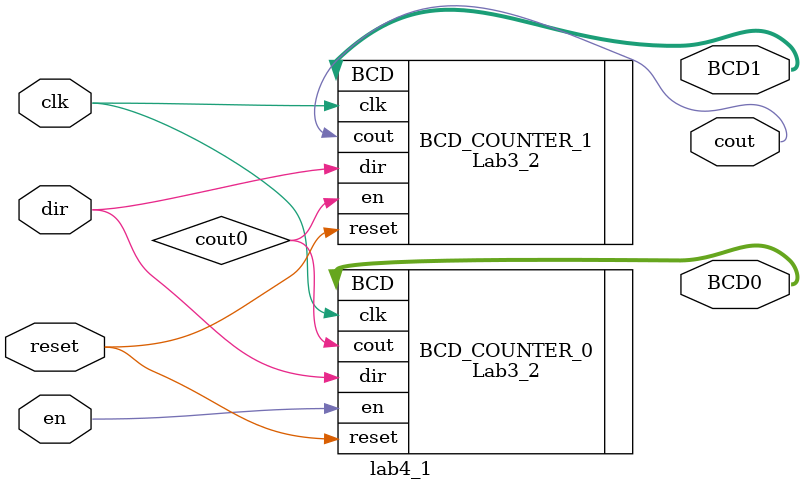
<source format=v>
module lab4_1(cout, dir, en, reset, clk, BCD0, BCD1);
	input clk;
	input reset;
	input en;
	input dir;
	output cout;
	output	[3:0]	BCD0;
	output	[3:0]	BCD1;
	
	wire	cout0;
	reg	outputs0, outputs1;

	Lab3_2 BCD_COUNTER_0(.cout(cout0), .BCD(BCD0), .dir(dir), .en(en), .reset(reset), .clk(clk));
	Lab3_2 BCD_COUNTER_1(.cout(cout), .BCD(BCD1), .dir(dir), .en(cout0), .reset(reset), .clk(clk));	

endmodule

</source>
